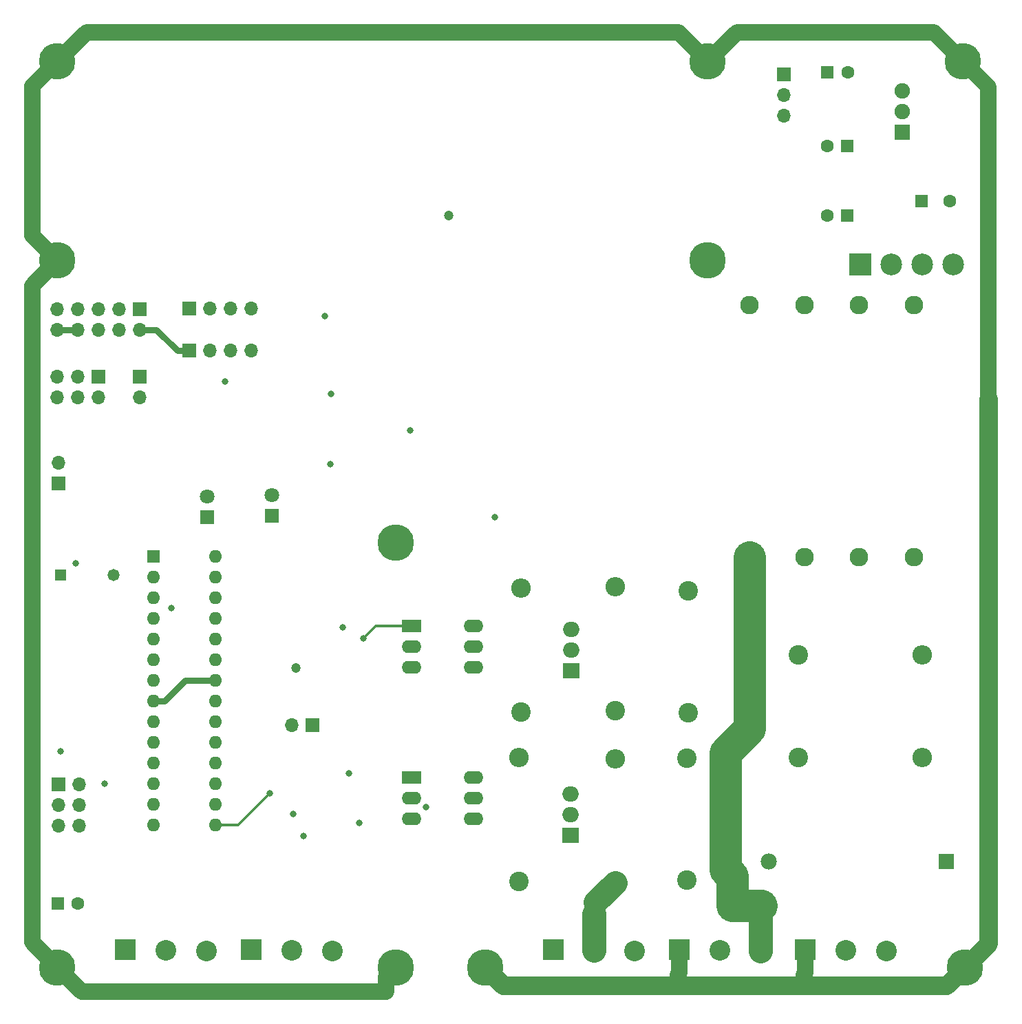
<source format=gbr>
%TF.GenerationSoftware,KiCad,Pcbnew,7.0.9*%
%TF.CreationDate,2025-01-17T20:12:22+02:00*%
%TF.ProjectId,varaajamonitori,76617261-616a-4616-9d6f-6e69746f7269,rev?*%
%TF.SameCoordinates,Original*%
%TF.FileFunction,Copper,L4,Bot*%
%TF.FilePolarity,Positive*%
%FSLAX46Y46*%
G04 Gerber Fmt 4.6, Leading zero omitted, Abs format (unit mm)*
G04 Created by KiCad (PCBNEW 7.0.9) date 2025-01-17 20:12:22*
%MOMM*%
%LPD*%
G01*
G04 APERTURE LIST*
%TA.AperFunction,ComponentPad*%
%ADD10R,2.670000X2.670000*%
%TD*%
%TA.AperFunction,ComponentPad*%
%ADD11C,2.670000*%
%TD*%
%TA.AperFunction,ComponentPad*%
%ADD12R,2.540000X2.540000*%
%TD*%
%TA.AperFunction,ComponentPad*%
%ADD13C,2.540000*%
%TD*%
%TA.AperFunction,ComponentPad*%
%ADD14R,2.400000X1.600000*%
%TD*%
%TA.AperFunction,ComponentPad*%
%ADD15O,2.400000X1.600000*%
%TD*%
%TA.AperFunction,ComponentPad*%
%ADD16R,1.600000X1.600000*%
%TD*%
%TA.AperFunction,ComponentPad*%
%ADD17O,1.600000X1.600000*%
%TD*%
%TA.AperFunction,ComponentPad*%
%ADD18R,1.800000X1.800000*%
%TD*%
%TA.AperFunction,ComponentPad*%
%ADD19C,1.800000*%
%TD*%
%TA.AperFunction,ComponentPad*%
%ADD20C,2.400000*%
%TD*%
%TA.AperFunction,ComponentPad*%
%ADD21O,2.400000X2.400000*%
%TD*%
%TA.AperFunction,ComponentPad*%
%ADD22R,1.700000X1.700000*%
%TD*%
%TA.AperFunction,ComponentPad*%
%ADD23O,1.700000X1.700000*%
%TD*%
%TA.AperFunction,ComponentPad*%
%ADD24C,4.500000*%
%TD*%
%TA.AperFunction,ComponentPad*%
%ADD25R,1.980000X1.980000*%
%TD*%
%TA.AperFunction,ComponentPad*%
%ADD26C,1.980000*%
%TD*%
%TA.AperFunction,ComponentPad*%
%ADD27R,2.286000X2.286000*%
%TD*%
%TA.AperFunction,ComponentPad*%
%ADD28C,2.286000*%
%TD*%
%TA.AperFunction,ComponentPad*%
%ADD29R,1.910000X1.910000*%
%TD*%
%TA.AperFunction,ComponentPad*%
%ADD30C,1.910000*%
%TD*%
%TA.AperFunction,ComponentPad*%
%ADD31C,1.600000*%
%TD*%
%TA.AperFunction,ComponentPad*%
%ADD32R,1.473200X1.473200*%
%TD*%
%TA.AperFunction,ComponentPad*%
%ADD33C,1.473200*%
%TD*%
%TA.AperFunction,ComponentPad*%
%ADD34R,2.000000X1.905000*%
%TD*%
%TA.AperFunction,ComponentPad*%
%ADD35O,2.000000X1.905000*%
%TD*%
%TA.AperFunction,ViaPad*%
%ADD36C,0.800000*%
%TD*%
%TA.AperFunction,ViaPad*%
%ADD37C,1.200000*%
%TD*%
%TA.AperFunction,Conductor*%
%ADD38C,2.000000*%
%TD*%
%TA.AperFunction,Conductor*%
%ADD39C,2.286000*%
%TD*%
%TA.AperFunction,Conductor*%
%ADD40C,4.000000*%
%TD*%
%TA.AperFunction,Conductor*%
%ADD41C,3.000000*%
%TD*%
%TA.AperFunction,Conductor*%
%ADD42C,0.800000*%
%TD*%
%TA.AperFunction,Conductor*%
%ADD43C,0.300000*%
%TD*%
G04 APERTURE END LIST*
D10*
%TO.P,D5,1,+*%
%TO.N,/5V1DIRTY*%
X150390000Y-59600000D03*
D11*
%TO.P,D5,2,AC*%
%TO.N,Net-(D5-AC-Pad2)*%
X154200000Y-59600000D03*
%TO.P,D5,3,AC*%
%TO.N,Net-(D5-AC-Pad3)*%
X158010000Y-59600000D03*
%TO.P,D5,4,-*%
%TO.N,GND*%
X161820000Y-59600000D03*
%TD*%
D12*
%TO.P,J1,1,Pin_1*%
%TO.N,Earth_Protective*%
X143617780Y-143855260D03*
D13*
%TO.P,J1,2,Pin_2*%
%TO.N,GNDREF*%
X148600000Y-143908600D03*
%TO.P,J1,3,Pin_3*%
%TO.N,/0-wire*%
X153600000Y-144000040D03*
%TD*%
D12*
%TO.P,J4,1,Pin_1*%
%TO.N,/sensor1*%
X59917780Y-143863860D03*
D13*
%TO.P,J4,2,Pin_2*%
%TO.N,GND*%
X64900000Y-143917200D03*
%TO.P,J4,3,Pin_3*%
%TO.N,/sensor2*%
X69900000Y-144008640D03*
%TD*%
D12*
%TO.P,J5,1,Pin_1*%
%TO.N,GND*%
X75417780Y-143855260D03*
D13*
%TO.P,J5,2,Pin_2*%
%TO.N,/sensor3*%
X80400000Y-143908600D03*
%TO.P,J5,3,Pin_3*%
%TO.N,GND*%
X85400000Y-144000040D03*
%TD*%
D12*
%TO.P,J6,1,Pin_1*%
%TO.N,Earth_Protective*%
X128117780Y-143855260D03*
D13*
%TO.P,J6,2,Pin_2*%
%TO.N,/TRIAC AC M1*%
X133100000Y-143908600D03*
%TO.P,J6,3,Pin_3*%
%TO.N,GNDREF*%
X138100000Y-144000040D03*
%TD*%
D12*
%TO.P,J7,1,Pin_1*%
%TO.N,Earth_Protective*%
X112617780Y-143855260D03*
D13*
%TO.P,J7,2,Pin_2*%
%TO.N,/TRIAC AC M2*%
X117600000Y-143908600D03*
%TO.P,J7,3,Pin_3*%
%TO.N,GNDREF*%
X122600000Y-144000040D03*
%TD*%
D14*
%TO.P,U7,1*%
%TO.N,Net-(R9-Pad1)*%
X95175000Y-122675000D03*
D15*
%TO.P,U7,2*%
%TO.N,/driver-M2*%
X95175000Y-125215000D03*
%TO.P,U7,3,NC*%
%TO.N,unconnected-(U7-NC-Pad3)*%
X95175000Y-127755000D03*
%TO.P,U7,4*%
%TO.N,/M2B*%
X102795000Y-127755000D03*
%TO.P,U7,5,NC*%
%TO.N,unconnected-(U7-NC-Pad5)*%
X102795000Y-125215000D03*
%TO.P,U7,6*%
%TO.N,/M2A*%
X102795000Y-122675000D03*
%TD*%
D16*
%TO.P,U1,1,~{RESET}/PC6*%
%TO.N,/~{RESET}*%
X63400000Y-95500000D03*
D17*
%TO.P,U1,2,PD0*%
%TO.N,/RX*%
X63400000Y-98040000D03*
%TO.P,U1,3,PD1*%
%TO.N,/TX*%
X63400000Y-100580000D03*
%TO.P,U1,4,PD2*%
%TO.N,/driver-M1*%
X63400000Y-103120000D03*
%TO.P,U1,5,PD3*%
%TO.N,/driver-M2*%
X63400000Y-105660000D03*
%TO.P,U1,6,PD4*%
%TO.N,/SELB*%
X63400000Y-108200000D03*
%TO.P,U1,7,VCC*%
%TO.N,VDD*%
X63400000Y-110740000D03*
%TO.P,U1,8,GND*%
%TO.N,GND*%
X63400000Y-113280000D03*
%TO.P,U1,9,XTAL1/PB6*%
%TO.N,unconnected-(U1-XTAL1{slash}PB6-Pad9)*%
X63400000Y-115820000D03*
%TO.P,U1,10,XTAL2/PB7*%
%TO.N,unconnected-(U1-XTAL2{slash}PB7-Pad10)*%
X63400000Y-118360000D03*
%TO.P,U1,11,PD5*%
%TO.N,/LeftSw*%
X63400000Y-120900000D03*
%TO.P,U1,12,PD6*%
%TO.N,/SelSw*%
X63400000Y-123440000D03*
%TO.P,U1,13,PD7*%
%TO.N,/RetSw*%
X63400000Y-125980000D03*
%TO.P,U1,14,PB0*%
%TO.N,/UpSw*%
X63400000Y-128520000D03*
%TO.P,U1,15,PB1*%
%TO.N,/DwnSw*%
X71020000Y-128520000D03*
%TO.P,U1,16,PB2*%
%TO.N,/RightSw*%
X71020000Y-125980000D03*
%TO.P,U1,17,PB3*%
%TO.N,/MOSI*%
X71020000Y-123440000D03*
%TO.P,U1,18,PB4*%
%TO.N,/MISO*%
X71020000Y-120900000D03*
%TO.P,U1,19,PB5*%
%TO.N,/SCK*%
X71020000Y-118360000D03*
%TO.P,U1,20,AVCC*%
%TO.N,/AVCC*%
X71020000Y-115820000D03*
%TO.P,U1,21,AREF*%
X71020000Y-113280000D03*
%TO.P,U1,22,GND*%
%TO.N,GND*%
X71020000Y-110740000D03*
%TO.P,U1,23,PC0*%
%TO.N,/sensor1*%
X71020000Y-108200000D03*
%TO.P,U1,24,PC1*%
%TO.N,/sensor2*%
X71020000Y-105660000D03*
%TO.P,U1,25,PC2*%
%TO.N,/sensor3*%
X71020000Y-103120000D03*
%TO.P,U1,26,PC3*%
%TO.N,/SELA*%
X71020000Y-100580000D03*
%TO.P,U1,27,PC4*%
%TO.N,/SDA*%
X71020000Y-98040000D03*
%TO.P,U1,28,PC5*%
%TO.N,/SCL*%
X71020000Y-95500000D03*
%TD*%
D18*
%TO.P,D2,1,K*%
%TO.N,/TX*%
X70000000Y-90675000D03*
D19*
%TO.P,D2,2,A*%
%TO.N,Net-(D2-A)*%
X70000000Y-88135000D03*
%TD*%
D20*
%TO.P,R16,1*%
%TO.N,/TRIAC AC M2*%
X120200000Y-135620000D03*
D21*
%TO.P,R16,2*%
%TO.N,/M2B*%
X120200000Y-120380000D03*
%TD*%
D22*
%TO.P,J9,1,Pin_1*%
%TO.N,VDD*%
X67800000Y-70200000D03*
D23*
%TO.P,J9,2,Pin_2*%
%TO.N,GND*%
X70340000Y-70200000D03*
%TO.P,J9,3,Pin_3*%
%TO.N,/SCL*%
X72880000Y-70200000D03*
%TO.P,J9,4,Pin_4*%
%TO.N,/SDA*%
X75420000Y-70200000D03*
%TD*%
D24*
%TO.P,Top2,1,Pin_1*%
%TO.N,Earth_Protective*%
X163000000Y-34600000D03*
%TD*%
%TO.P,J2,1,Pin_1*%
%TO.N,Earth_Protective*%
X51600000Y-59100000D03*
X131600000Y-34600000D03*
X131600000Y-59100000D03*
%TD*%
D20*
%TO.P,R20,1*%
%TO.N,Net-(C11-Pad1)*%
X142780000Y-120200000D03*
D21*
%TO.P,R20,2*%
%TO.N,AC*%
X158020000Y-120200000D03*
%TD*%
D14*
%TO.P,U6,1*%
%TO.N,Net-(R11-Pad1)*%
X95175000Y-104075000D03*
D15*
%TO.P,U6,2*%
%TO.N,/driver-M1*%
X95175000Y-106615000D03*
%TO.P,U6,3,NC*%
%TO.N,unconnected-(U6-NC-Pad3)*%
X95175000Y-109155000D03*
%TO.P,U6,4*%
%TO.N,/M1B*%
X102795000Y-109155000D03*
%TO.P,U6,5,NC*%
%TO.N,unconnected-(U6-NC-Pad5)*%
X102795000Y-106615000D03*
%TO.P,U6,6*%
%TO.N,/M1A*%
X102795000Y-104075000D03*
%TD*%
D25*
%TO.P,F1,1*%
%TO.N,/0-wire*%
X160920000Y-133000000D03*
D26*
%TO.P,F1,2*%
%TO.N,AC*%
X139080000Y-133000000D03*
%TD*%
D18*
%TO.P,D4,1,K*%
%TO.N,/RX*%
X78000000Y-90475000D03*
D19*
%TO.P,D4,2,A*%
%TO.N,Net-(D4-A)*%
X78000000Y-87935000D03*
%TD*%
D22*
%TO.P,J13,1,Pin_1*%
%TO.N,/SELA*%
X61740000Y-73400000D03*
D23*
%TO.P,J13,2,Pin_2*%
%TO.N,/SELB*%
X61740000Y-75940000D03*
%TD*%
D22*
%TO.P,JP2,1,A*%
%TO.N,+5V*%
X141000000Y-36200000D03*
D23*
%TO.P,JP2,2,C*%
%TO.N,VDD*%
X141000000Y-38740000D03*
%TO.P,JP2,3,B*%
%TO.N,unconnected-(JP2-B-Pad3)*%
X141000000Y-41280000D03*
%TD*%
D24*
%TO.P,Bottom3,1,Pin_1*%
%TO.N,Earth_Protective*%
X51600000Y-146000000D03*
%TD*%
D22*
%TO.P,J10,1,Pin_1*%
%TO.N,VDD*%
X67800000Y-65000000D03*
D23*
%TO.P,J10,2,Pin_2*%
%TO.N,GND*%
X70340000Y-65000000D03*
%TO.P,J10,3,Pin_3*%
%TO.N,/SCL*%
X72880000Y-65000000D03*
%TO.P,J10,4,Pin_4*%
%TO.N,/SDA*%
X75420000Y-65000000D03*
%TD*%
D27*
%TO.P,T1,1*%
%TO.N,GNDREF*%
X136738000Y-95600000D03*
D28*
%TO.P,T1,2*%
%TO.N,/ACT*%
X143469000Y-95600000D03*
%TO.P,T1,3*%
X150200000Y-95600000D03*
%TO.P,T1,4*%
%TO.N,AC*%
X156931000Y-95600000D03*
%TO.P,T1,5*%
%TO.N,Net-(D5-AC-Pad2)*%
X136738000Y-64612000D03*
%TO.P,T1,6*%
%TO.N,Net-(D5-AC-Pad3)*%
X143469000Y-64612000D03*
%TO.P,T1,7*%
%TO.N,Net-(D5-AC-Pad2)*%
X150200000Y-64612000D03*
%TO.P,T1,8*%
%TO.N,Net-(D5-AC-Pad3)*%
X156931000Y-64612000D03*
%TD*%
D22*
%TO.P,J14,1,Pin_1*%
%TO.N,/driver-M1*%
X82940000Y-116200000D03*
D23*
%TO.P,J14,2,Pin_2*%
%TO.N,/driver-M2*%
X80400000Y-116200000D03*
%TD*%
D20*
%TO.P,R17,1*%
%TO.N,AC*%
X108600000Y-114640000D03*
D21*
%TO.P,R17,2*%
%TO.N,/M1A*%
X108600000Y-99400000D03*
%TD*%
D24*
%TO.P,Bottom2,1,Pin_1*%
%TO.N,Earth_Protective*%
X163200000Y-146000000D03*
%TD*%
D29*
%TO.P,U3,1,INPUT*%
%TO.N,/5V1DIRTY*%
X155568000Y-43350000D03*
D30*
%TO.P,U3,2,GROUND*%
%TO.N,GND*%
X155568000Y-40800000D03*
%TO.P,U3,3,OUTPUT*%
%TO.N,+5V*%
X155568000Y-38250000D03*
%TD*%
D16*
%TO.P,C2,1*%
%TO.N,VDD*%
X51617600Y-138200000D03*
D31*
%TO.P,C2,2*%
%TO.N,GND*%
X54117600Y-138200000D03*
%TD*%
D22*
%TO.P,J8,1,MOSI*%
%TO.N,/MOSI*%
X61740000Y-65060000D03*
D23*
%TO.P,J8,2,VCC*%
%TO.N,VDD*%
X61740000Y-67600000D03*
%TO.P,J8,3,NC*%
%TO.N,unconnected-(J8-NC-Pad3)*%
X59200000Y-65060000D03*
%TO.P,J8,4,GND*%
%TO.N,GND*%
X59200000Y-67600000D03*
%TO.P,J8,5,~{RST}*%
%TO.N,/~{RESET}*%
X56660000Y-65060000D03*
%TO.P,J8,6,GND*%
%TO.N,GND*%
X56660000Y-67600000D03*
%TO.P,J8,7,SCK*%
%TO.N,/SCK*%
X54120000Y-65060000D03*
%TO.P,J8,8,GND*%
%TO.N,GND*%
X54120000Y-67600000D03*
%TO.P,J8,9,MISO*%
%TO.N,/MISO*%
X51580000Y-65060000D03*
%TO.P,J8,10,GND*%
%TO.N,GND*%
X51580000Y-67600000D03*
%TD*%
D32*
%TO.P,BZ1,1,-*%
%TO.N,VDD*%
X52000000Y-97800000D03*
D33*
%TO.P,BZ1,2,+*%
%TO.N,Net-(BZ1-+)*%
X58500001Y-97800000D03*
%TD*%
D16*
%TO.P,C7,1*%
%TO.N,+5V*%
X148782400Y-53600000D03*
D31*
%TO.P,C7,2*%
%TO.N,GND*%
X146282400Y-53600000D03*
%TD*%
D20*
%TO.P,R18,1*%
%TO.N,AC*%
X108400000Y-135420000D03*
D21*
%TO.P,R18,2*%
%TO.N,/M2A*%
X108400000Y-120180000D03*
%TD*%
D16*
%TO.P,C4,1*%
%TO.N,/5V1DIRTY*%
X157900000Y-51800000D03*
D31*
%TO.P,C4,2*%
%TO.N,GND*%
X161400000Y-51800000D03*
%TD*%
D24*
%TO.P,Top1,1,Pin_1*%
%TO.N,Earth_Protective*%
X51600000Y-34600000D03*
%TD*%
D22*
%TO.P,J12,1,MISO*%
%TO.N,/MISO*%
X56640000Y-73400000D03*
D23*
%TO.P,J12,2,VCC*%
%TO.N,VDD*%
X56640000Y-75940000D03*
%TO.P,J12,3,SCK*%
%TO.N,/SCK*%
X54100000Y-73400000D03*
%TO.P,J12,4,MOSI*%
%TO.N,/MOSI*%
X54100000Y-75940000D03*
%TO.P,J12,5,~{RST}*%
%TO.N,/~{RESET}*%
X51560000Y-73400000D03*
%TO.P,J12,6,GND*%
%TO.N,GND*%
X51560000Y-75940000D03*
%TD*%
D20*
%TO.P,C11,1*%
%TO.N,Net-(C11-Pad1)*%
X129000000Y-120300000D03*
%TO.P,C11,2*%
%TO.N,/TRIAC AC M2*%
X129000000Y-135300000D03*
%TD*%
D22*
%TO.P,J11,1,Pin_1*%
%TO.N,/TX*%
X51725000Y-86475000D03*
D23*
%TO.P,J11,2,Pin_2*%
%TO.N,/RX*%
X51725000Y-83935000D03*
%TD*%
D20*
%TO.P,C10,1*%
%TO.N,Net-(C10-Pad1)*%
X129200000Y-99700000D03*
%TO.P,C10,2*%
%TO.N,/TRIAC AC M1*%
X129200000Y-114700000D03*
%TD*%
%TO.P,R19,1*%
%TO.N,Net-(C10-Pad1)*%
X142780000Y-107600000D03*
D21*
%TO.P,R19,2*%
%TO.N,AC*%
X158020000Y-107600000D03*
%TD*%
D20*
%TO.P,R15,1*%
%TO.N,/TRIAC AC M1*%
X120200000Y-114420000D03*
D21*
%TO.P,R15,2*%
%TO.N,/M1B*%
X120200000Y-99180000D03*
%TD*%
D24*
%TO.P,Mid1,1,Pin_1*%
%TO.N,Earth_Protective*%
X93200000Y-93800000D03*
%TD*%
D22*
%TO.P,J3,1,MISO*%
%TO.N,/MISO*%
X51725000Y-123475000D03*
D23*
%TO.P,J3,2,VCC*%
%TO.N,VDD*%
X54265000Y-123475000D03*
%TO.P,J3,3,SCK*%
%TO.N,/SCK*%
X51725000Y-126015000D03*
%TO.P,J3,4,MOSI*%
%TO.N,/MOSI*%
X54265000Y-126015000D03*
%TO.P,J3,5,~{RST}*%
%TO.N,/~{RESET}*%
X51725000Y-128555000D03*
%TO.P,J3,6,GND*%
%TO.N,GND*%
X54265000Y-128555000D03*
%TD*%
D34*
%TO.P,Q3,1,A1*%
%TO.N,/TRIAC AC M1*%
X114800000Y-109500000D03*
D35*
%TO.P,Q3,2,A2*%
%TO.N,AC*%
X114800000Y-106960000D03*
%TO.P,Q3,3,G*%
%TO.N,/M1B*%
X114800000Y-104420000D03*
%TD*%
D24*
%TO.P,Bottom4,1,Pin_1*%
%TO.N,Earth_Protective*%
X104200000Y-146000000D03*
%TD*%
D16*
%TO.P,C6,1*%
%TO.N,+5V*%
X148782400Y-45000000D03*
D31*
%TO.P,C6,2*%
%TO.N,GND*%
X146282400Y-45000000D03*
%TD*%
D34*
%TO.P,Q4,1,A1*%
%TO.N,/TRIAC AC M2*%
X114745000Y-129740000D03*
D35*
%TO.P,Q4,2,A2*%
%TO.N,AC*%
X114745000Y-127200000D03*
%TO.P,Q4,3,G*%
%TO.N,/M2B*%
X114745000Y-124660000D03*
%TD*%
D24*
%TO.P,Bottom1,1,Pin_1*%
%TO.N,Earth_Protective*%
X93200000Y-146000000D03*
%TD*%
D16*
%TO.P,C1,1*%
%TO.N,+5V*%
X146300000Y-36000000D03*
D31*
%TO.P,C1,2*%
%TO.N,GND*%
X148800000Y-36000000D03*
%TD*%
D36*
%TO.N,/driver-M1*%
X86675300Y-104220000D03*
%TO.N,/SCK*%
X51974500Y-119460000D03*
%TO.N,/~{RESET}*%
X81850000Y-129886400D03*
X53873600Y-96322600D03*
D37*
%TO.N,GND*%
X99750000Y-53600000D03*
X80928700Y-109200000D03*
D36*
%TO.N,Net-(R1-Pad1)*%
X88689900Y-128250100D03*
X80568800Y-127177900D03*
X57404900Y-123461900D03*
%TO.N,/UpSw*%
X84497000Y-65925500D03*
%TO.N,/DwnSw*%
X85204600Y-84148600D03*
X77723000Y-124622900D03*
%TO.N,/RightSw*%
X96932500Y-126276800D03*
X94973100Y-80002100D03*
%TO.N,/LeftSw*%
X72218300Y-73951700D03*
%TO.N,/SelSw*%
X87415200Y-122170000D03*
X85242400Y-75506800D03*
%TO.N,/RetSw*%
X65593100Y-101850000D03*
X105373100Y-90650000D03*
%TO.N,Net-(R11-Pad1)*%
X89250000Y-105588300D03*
%TD*%
D38*
%TO.N,Earth_Protective*%
X92000000Y-148975000D02*
X92000000Y-147200000D01*
X143618000Y-143855500D02*
X143618000Y-145291000D01*
X143396000Y-146949000D02*
X143618000Y-146727000D01*
X128118000Y-146727000D02*
X128118000Y-145291000D01*
X143396000Y-148250000D02*
X143396000Y-146949000D01*
X48525000Y-37675000D02*
X48525000Y-56025000D01*
X163000000Y-34600000D02*
X166114317Y-37714317D01*
X55175000Y-31025000D02*
X51600000Y-34600000D01*
X143617800Y-145290800D02*
X143617800Y-143855300D01*
X128117800Y-143855300D02*
X128118000Y-143855300D01*
X127896000Y-146949000D02*
X128118000Y-146727000D01*
X166114317Y-37714317D02*
X166114317Y-76085304D01*
X135175000Y-31025000D02*
X131600000Y-34600000D01*
X54575000Y-148975000D02*
X92000000Y-148975000D01*
D39*
X163200000Y-146000000D02*
X166114317Y-143085683D01*
D38*
X51600000Y-59100000D02*
X48525000Y-62175000D01*
X163000000Y-34600000D02*
X159425000Y-31025000D01*
D39*
X160950000Y-148250000D02*
X163200000Y-146000000D01*
D38*
X128025000Y-31025000D02*
X55175000Y-31025000D01*
D39*
X104200000Y-146000000D02*
X106450000Y-148250000D01*
D38*
X128117800Y-143855300D02*
X128118000Y-143855500D01*
D39*
X106450000Y-148250000D02*
X160950000Y-148250000D01*
D38*
X143618000Y-146727000D02*
X143618000Y-145291000D01*
X51600000Y-146000000D02*
X48525000Y-142925000D01*
D39*
X166114317Y-143085683D02*
X166114317Y-76085304D01*
D38*
X51600000Y-146000000D02*
X54575000Y-148975000D01*
X48525000Y-56025000D02*
X51600000Y-59100000D01*
X127896000Y-148250000D02*
X127896000Y-146949000D01*
X51600000Y-34600000D02*
X48525000Y-37675000D01*
X159425000Y-31025000D02*
X135175000Y-31025000D01*
X143618000Y-145291000D02*
X143617800Y-145290800D01*
X128118000Y-143855500D02*
X128118000Y-145291000D01*
X131600000Y-34600000D02*
X128025000Y-31025000D01*
X93200000Y-146000000D02*
X92000000Y-147200000D01*
X48525000Y-62175000D02*
X48525000Y-142925000D01*
X143617800Y-143855300D02*
X143618000Y-143855500D01*
D40*
%TO.N,GNDREF*%
X138200000Y-138400000D02*
X134600000Y-138400000D01*
X136738000Y-116662000D02*
X136738000Y-95600000D01*
D39*
X136347000Y-95991000D02*
X136738000Y-95600000D01*
D40*
X133800000Y-119600000D02*
X134600000Y-118800000D01*
X134600000Y-138400000D02*
X134600000Y-134800000D01*
X134600000Y-134800000D02*
X133800000Y-134000000D01*
X133800000Y-134000000D02*
X133800000Y-119600000D01*
D41*
X138100000Y-144000040D02*
X138100000Y-138500000D01*
D39*
X138100000Y-138500000D02*
X138200000Y-138400000D01*
D40*
X134600000Y-118800000D02*
X136738000Y-116662000D01*
D41*
%TO.N,/TRIAC AC M2*%
X120200000Y-135620000D02*
X117800000Y-138020000D01*
D38*
X117800000Y-138020000D02*
X117800000Y-139200000D01*
D41*
X117600000Y-139400000D02*
X117600000Y-143908600D01*
D38*
X117800000Y-139200000D02*
X117600000Y-139400000D01*
D42*
%TO.N,VDD*%
X67800000Y-70200000D02*
X66348100Y-70200000D01*
X61740000Y-67600000D02*
X63748100Y-67600000D01*
X63748100Y-67600000D02*
X66348100Y-70200000D01*
%TO.N,GND*%
X51580000Y-67600000D02*
X54120000Y-67600000D01*
X67341900Y-110740000D02*
X71020000Y-110740000D01*
X64801900Y-113280000D02*
X67341900Y-110740000D01*
X63400000Y-113280000D02*
X64801900Y-113280000D01*
D43*
%TO.N,/DwnSw*%
X71020000Y-128520000D02*
X73825900Y-128520000D01*
X73825900Y-128520000D02*
X77723000Y-124622900D01*
%TO.N,Net-(R11-Pad1)*%
X95175000Y-104075000D02*
X90763300Y-104075000D01*
X90763300Y-104075000D02*
X89250000Y-105588300D01*
%TD*%
M02*

</source>
